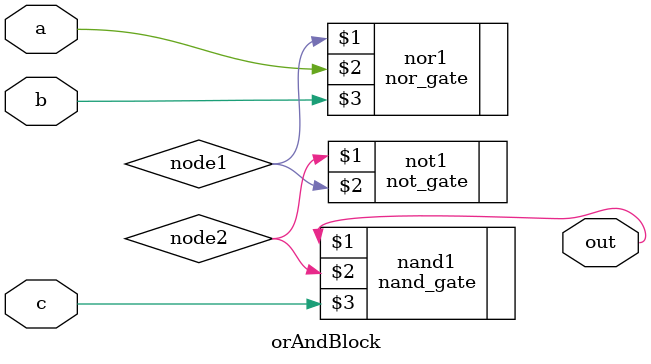
<source format=v>
module orAndBlock(out, a, b, c);
    input a, b, c;
    output out;

    wire node1;
    wire node2;

    nor_gate nor1(node1, a, b);
    not_gate not1(node2, node1);
    nand_gate nand1(out, node2, c);

endmodule
</source>
